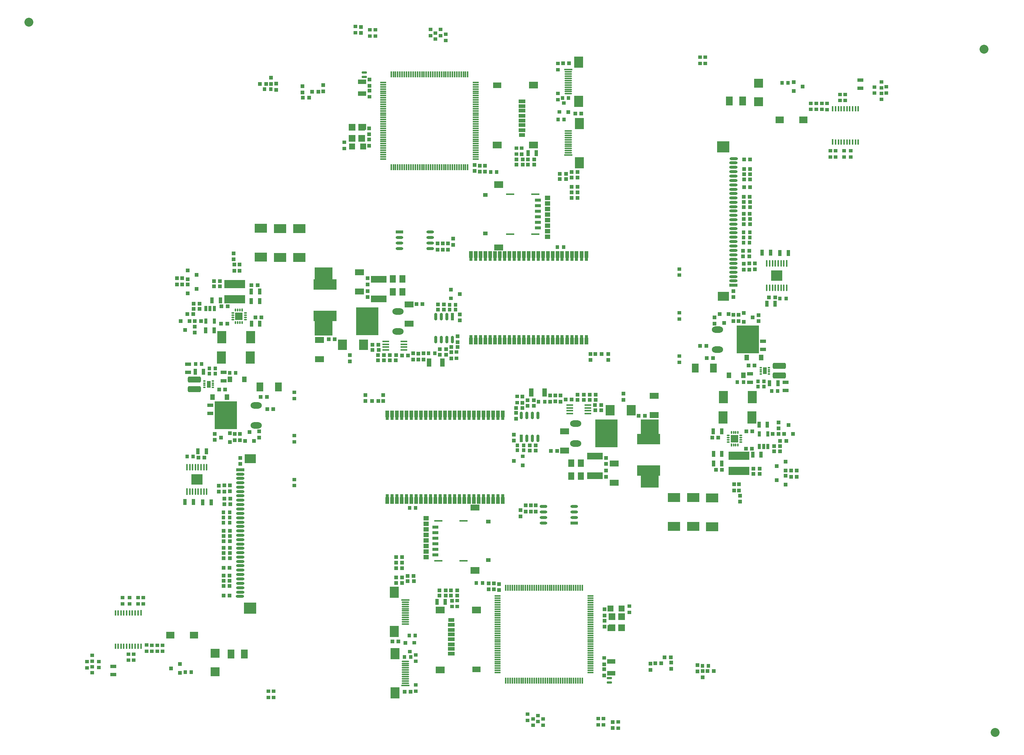
<source format=gbp>
G04 CAM350 V9.0 (Build 156) Date:  Thu May 26 11:42:03 2016 *
G04 Database: (Untitled) *
G04 Layer 1: a300skb5_0_mu-1 *
%FSTAX23Y23*%
%MOIN*%
%SFA1.000B1.000*%

%MIA0B0*%
%IPPOS*%
%AMD762MY*
4,1,4,0.01500,0.01750,-0.01500,0.01750,-0.01500,-0.01750,0.01500,-0.01750,0.01500,0.01750,0.00000*
%
%AMD763MY*
4,1,4,0.01750,0.01750,-0.01750,0.01750,-0.01750,-0.01750,0.01750,-0.01750,0.01750,0.01750,0.00000*
%
%AMD764MY*
4,1,4,0.05500,0.04150,-0.05500,0.04150,-0.05500,-0.04150,0.05500,-0.04150,0.05500,0.04150,0.00000*
%
%AMD766MY*
4,1,4,0.03150,0.03950,-0.03150,0.03950,-0.03150,-0.03950,0.03150,-0.03950,0.03150,0.03950,0.00000*
%
%AMD768MY*
4,1,4,0.01750,0.01500,-0.01750,0.01500,-0.01750,-0.01500,0.01750,-0.01500,0.01750,0.01500,0.00000*
%
%AMD769MY*
4,1,4,0.01500,0.02750,-0.01500,0.02750,-0.01500,-0.02750,0.01500,-0.02750,0.01500,0.02750,0.00000*
%
%AMD772MY*
4,1,4,0.10000,0.12500,-0.10000,0.12500,-0.10000,-0.12500,0.10000,-0.12500,0.10000,0.12500,0.00000*
%
%AMD774MY*
4,1,4,0.02000,0.03000,-0.02000,0.03000,-0.02000,-0.03000,0.02000,-0.03000,0.02000,0.03000,0.00000*
1,1,0.06000,0.02000,0.00000*
1,1,0.06000,-0.02000,0.00000*
%
%AMD784MY*
4,1,4,0.02000,0.01400,-0.02000,0.01400,-0.02000,-0.01400,0.02000,-0.01400,0.02000,0.01400,0.00000*
1,1,0.02800,0.02000,0.00000*
1,1,0.02800,-0.02000,0.00000*
%
%AMD785MY*
4,1,4,0.03400,0.01400,-0.03400,0.01400,-0.03400,-0.01400,0.03400,-0.01400,0.03400,0.01400,0.00000*
%
%AMD786MY*
4,1,4,0.02200,0.01200,-0.02200,0.01200,-0.02200,-0.01200,0.02200,-0.01200,0.02200,0.01200,0.00000*
1,1,0.02400,0.02200,0.00000*
1,1,0.02400,-0.02200,0.00000*
%
%AMD787MY*
4,1,4,0.01200,0.02350,-0.01200,0.02350,-0.01200,-0.02350,0.01200,-0.02350,0.01200,0.02350,0.00000*
%
%AMD848MY*
4,1,4,0.02550,0.01200,-0.02550,0.01200,-0.02550,-0.01200,0.02550,-0.01200,0.02550,0.01200,0.00000*
1,1,0.02400,0.02550,0.00000*
1,1,0.02400,-0.02550,0.00000*
%
%AMD849MY*
4,1,4,0.05500,0.05000,-0.05500,0.05000,-0.05500,-0.05000,0.05500,-0.05000,0.05500,0.05000,0.00000*
%
%AMD850MY*
4,1,4,0.05000,0.04000,-0.05000,0.04000,-0.05000,-0.04000,0.05000,-0.04000,0.05000,0.04000,0.00000*
%
%AMD851MY*
4,1,4,0.03750,0.01200,-0.03750,0.01200,-0.03750,-0.01200,0.03750,-0.01200,0.03750,0.01200,0.00000*
%
%AMD852MY*
4,1,4,0.02350,0.01950,-0.02350,0.01950,-0.02350,-0.01950,0.02350,-0.01950,0.02350,0.01950,0.00000*
%
%AMD853MY*
4,1,4,0.03950,0.02950,-0.03950,0.02950,-0.03950,-0.02950,0.03950,-0.02950,0.03950,0.02950,0.00000*
%
%AMD854MY*
4,1,4,0.03950,0.02750,-0.03950,0.02750,-0.03950,-0.02750,0.03950,-0.02750,0.03950,0.02750,0.00000*
%
%AMD855MY*
4,1,4,0.02990,0.00550,-0.02990,0.00550,-0.02990,-0.00550,0.02990,-0.00550,0.02990,0.00550,0.00000*
1,1,0.01100,0.02990,0.00000*
1,1,0.01100,-0.02990,0.00000*
%
%AMD856MY*
4,1,4,0.02800,0.00550,-0.02800,0.00550,-0.02800,-0.00550,0.02800,-0.00550,0.02800,0.00550,0.00000*
1,1,0.01100,0.02800,0.00000*
1,1,0.01100,-0.02800,0.00000*
%
%AMD857MY*
4,1,4,0.03540,0.00550,-0.03540,0.00550,-0.03540,-0.00550,0.03540,-0.00550,0.03540,0.00550,0.00000*
%
%AMD858MY*
4,1,4,0.04150,0.04900,-0.04150,0.04900,-0.04150,-0.04900,0.04150,-0.04900,0.04150,0.04900,0.00000*
%
%AMD859MY*
4,1,4,0.02950,0.03000,-0.02950,0.03000,-0.02950,-0.03000,0.02950,-0.03000,0.02950,0.03000,0.00000*
%
%AMD860MY*
4,1,4,0.04550,0.03250,-0.04550,0.03250,-0.04550,-0.03250,0.04550,-0.03250,0.04550,0.03250,0.00000*
%
%AMD861MY*
4,1,4,0.02750,0.01500,-0.02750,0.01500,-0.02750,-0.01500,0.02750,-0.01500,0.02750,0.01500,0.00000*
%
%AMD862MY*
4,1,4,0.01400,0.02000,-0.01400,0.02000,-0.01400,-0.02000,0.01400,-0.02000,0.01400,0.02000,0.00000*
1,1,0.02800,0.00000,-0.02000*
1,1,0.02800,0.00000,0.02000*
%
%AMD863MY*
4,1,4,0.01400,0.03400,-0.01400,0.03400,-0.01400,-0.03400,0.01400,-0.03400,0.01400,0.03400,0.00000*
%
%AMD865MY*
4,1,4,0.09450,0.03540,-0.09450,0.03540,-0.09450,-0.03540,0.09450,-0.03540,0.09450,0.03540,0.00000*
%
%AMD866MY*
4,1,4,0.00800,0.00600,-0.00800,0.00600,-0.00800,-0.00600,0.00800,-0.00600,0.00800,0.00600,0.00000*
1,1,0.01200,0.00800,0.00000*
1,1,0.01200,-0.00800,0.00000*
%
%AMD867MY*
4,1,4,0.00600,0.00800,-0.00600,0.00800,-0.00600,-0.00800,0.00600,-0.00800,0.00600,0.00800,0.00000*
1,1,0.01200,0.00000,-0.00800*
1,1,0.01200,0.00000,0.00800*
%
%AMD868MY*
4,1,4,0.00600,0.01400,-0.00600,0.01400,-0.00600,-0.01400,0.00600,-0.01400,0.00600,0.01400,0.00000*
%
%AMD869MY*
4,1,4,0.03250,0.03250,-0.03250,0.03250,-0.03250,-0.03250,0.03250,-0.03250,0.03250,0.03250,0.00000*
%
%AMD870MY*
4,1,4,0.01950,0.03540,-0.01950,0.03540,-0.01950,-0.03540,0.01950,-0.03540,0.01950,0.03540,0.00000*
%
%AMD871MY*
4,1,4,0.02540,0.02750,-0.02540,0.02750,-0.02540,-0.02750,0.02540,-0.02750,0.02540,0.02750,0.00000*
%
%AMD872MY*
4,1,4,0.01250,0.01150,-0.01250,0.01150,-0.01250,-0.01150,0.01250,-0.01150,0.01250,0.01150,0.00000*
1,1,0.02300,0.01250,0.00000*
1,1,0.02300,-0.01250,0.00000*
%
%AMD873MY*
4,1,4,0.03950,0.02850,-0.03950,0.02850,-0.03950,-0.02850,0.03950,-0.02850,0.03950,0.02850,0.00000*
%
%AMD874MY*
4,1,4,0.03540,0.02500,-0.03540,0.02500,-0.03540,-0.02500,0.03540,-0.02500,0.03540,0.02500,0.00000*
%
%AMD875MY*
4,1,4,0.02950,0.01550,-0.02950,0.01550,-0.02950,-0.01550,0.02950,-0.01550,0.02950,0.01550,0.00000*
%
%AMD876MY*
4,1,4,0.02750,0.01550,-0.02750,0.01550,-0.02750,-0.01550,0.02750,-0.01550,0.02750,0.01550,0.00000*
%
%AMD847MY*
4,1,4,0.03950,0.03950,-0.03950,0.03950,-0.03950,-0.03950,0.03950,-0.03950,0.03950,0.03950,0.00000*
%
%AMD877MY*
4,1,4,0.03000,0.04000,-0.03000,0.04000,-0.03000,-0.04000,0.03000,-0.04000,0.03000,0.04000,0.00000*
%
%AMD878MY*
4,1,4,0.00800,0.01700,-0.00800,0.01700,-0.00800,-0.01700,0.00800,-0.01700,0.00800,0.01700,0.00000*
1,1,0.01600,0.00000,-0.01700*
1,1,0.01600,0.00000,0.01700*
%
%AMD879MY*
4,1,4,0.00800,0.02500,-0.00800,0.02500,-0.00800,-0.02500,0.00800,-0.02500,0.00800,0.02500,0.00000*
%
%AMD880MY*
4,1,4,0.00600,0.02550,-0.00600,0.02550,-0.00600,-0.02550,0.00600,-0.02550,0.00600,0.02550,0.00000*
1,1,0.01200,0.00000,-0.02550*
1,1,0.01200,0.00000,0.02550*
%
%AMD881MY*
4,1,4,0.00600,0.03150,-0.00600,0.03150,-0.00600,-0.03150,0.00600,-0.03150,0.00600,0.03150,0.00000*
%
%AMD882MY*
4,1,4,0.04850,0.04550,-0.04850,0.04550,-0.04850,-0.04550,0.04850,-0.04550,0.04850,0.04550,0.00000*
%
%AMD883MY*
4,1,4,0.02000,0.02500,-0.02000,0.02500,-0.02000,-0.02500,0.02000,-0.02500,0.02000,0.02500,0.00000*
%
%AMD884MY*
4,1,4,0.02540,0.03350,-0.02540,0.03350,-0.02540,-0.03350,0.02540,-0.03350,0.02540,0.03350,0.00000*
%
%AMD885MY*
4,1,4,0.04150,0.02750,-0.04150,0.02750,-0.04150,-0.02750,0.04150,-0.02750,0.04150,0.02750,0.00000*
%
%AMD886MY*
4,1,4,0.07090,0.02950,-0.07090,0.02950,-0.07090,-0.02950,0.07090,-0.02950,0.07090,0.02950,0.00000*
%
%AMD887MY*
4,1,4,0.02350,0.00800,-0.02350,0.00800,-0.02350,-0.00800,0.02350,-0.00800,0.02350,0.00800,0.00000*
1,1,0.01600,0.02350,0.00000*
1,1,0.01600,-0.02350,0.00000*
%
%AMD888MY*
4,1,4,0.03150,0.00800,-0.03150,0.00800,-0.03150,-0.00800,0.03150,-0.00800,0.03150,0.00800,0.00000*
%
%AMD889MY*
4,1,4,0.07850,0.08850,-0.07850,0.08850,-0.07850,-0.08850,0.07850,-0.08850,0.07850,0.08850,0.00000*
%
%AMD890MY*
4,1,4,0.01000,0.00550,-0.01000,0.00550,-0.01000,-0.00550,0.01000,-0.00550,0.01000,0.00550,0.00000*
%
%AMD891MY*
4,1,4,0.01750,0.03150,-0.01750,0.03150,-0.01750,-0.03150,0.01750,-0.03150,0.01750,0.03150,0.00000*
%
%AMD892MY*
4,1,8,-0.04500,0.02750,-0.05900,0.01350,-0.05900,-0.01350,-0.04500,-0.02750,0.04500,-0.02750,0.05900,-0.01350,0.05900,0.01350,0.04500,0.02750,-0.04500,0.02750,0.00000*
1,1,0.02800,-0.04500,0.01350*
1,1,0.02800,0.04500,0.01350*
1,1,0.02800,0.04500,-0.01350*
1,1,0.02800,-0.04500,-0.01350*
%
%AMD893MY*
4,1,4,0.04150,0.05500,-0.04150,0.05500,-0.04150,-0.05500,0.04150,-0.05500,0.04150,0.05500,0.00000*
%
%AMD894MY*
4,1,4,0.03950,0.04550,-0.03950,0.04550,-0.03950,-0.04550,0.03950,-0.04550,0.03950,0.04550,0.00000*
%
%AMD896MY*
4,1,4,0.03540,0.03150,-0.03540,0.03150,-0.03540,-0.03150,0.03540,-0.03150,0.03540,0.03150,0.00000*
%
%AMD897MY*
4,1,4,0.10450,0.04700,-0.10450,0.04700,-0.10450,-0.04700,0.10450,-0.04700,0.10450,0.04700,0.00000*
%
%AMD899MY*
4,1,4,0.01950,0.01750,-0.01950,0.01750,-0.01950,-0.01750,0.01950,-0.01750,0.01950,0.01750,0.00000*
%
%AMD900MY*
4,1,4,0.02540,0.01300,-0.02540,0.01300,-0.02540,-0.01300,0.02540,-0.01300,0.02540,0.01300,0.00000*
%
%AMD901MY*
4,1,4,0.03540,0.00700,-0.03540,0.00700,-0.03540,-0.00700,0.03540,-0.00700,0.03540,0.00700,0.00000*
%
%AMD902MY*
4,1,4,0.02540,0.01250,-0.02540,0.01250,-0.02540,-0.01250,0.02540,-0.01250,0.02540,0.01250,0.00000*
%
%AMD903MY*
4,1,4,0.00600,0.02650,-0.00600,0.02650,-0.00600,-0.02650,0.00600,-0.02650,0.00600,0.02650,0.00000*
%
%AMD904MY*
4,1,4,0.02650,0.00600,-0.02650,0.00600,-0.02650,-0.00600,0.02650,-0.00600,0.02650,0.00600,0.00000*
%
%AMD905MY*
4,1,4,0.03750,0.02140,-0.03750,0.02140,-0.03750,-0.02140,0.03750,-0.02140,0.03750,0.02140,0.00000*
%
%AMD1115MY*
4,1,4,0.01750,0.02950,-0.01750,0.02950,-0.01750,-0.02950,0.01750,-0.02950,0.01750,0.02950,0.00000*
%
%AMD1116MY*
4,1,4,0.01200,0.01200,-0.01200,0.01200,-0.01200,-0.01200,0.01200,-0.01200,0.01200,0.01200,0.00000*
%
%ADD10D762MY*%
%ADD11D763MY*%
%ADD12D764MY*%
%ADD13D766MY*%
%ADD14D768MY*%
%ADD15D769MY*%
%ADD16D772MY*%
%ADD17D774MY*%
%ADD18D784MY*%
%ADD19D785MY*%
%ADD70D786MY*%
%ADD71D787MY*%
%ADD20D848MY*%
%ADD21D849MY*%
%ADD22D850MY*%
%ADD23D851MY*%
%ADD24D852MY*%
%ADD25D853MY*%
%ADD26D854MY*%
%ADD27D855MY*%
%ADD28D856MY*%
%ADD29C,0.08000*%
%ADD72D857MY*%
%ADD73D858MY*%
%ADD30D859MY*%
%ADD31D860MY*%
%ADD32D861MY*%
%ADD33D862MY*%
%ADD34D863MY*%
%ADD35D865MY*%
%ADD36D866MY*%
%ADD37D867MY*%
%ADD38D868MY*%
%ADD39D869MY*%
%ADD40D870MY*%
%ADD41D871MY*%
%ADD42D872MY*%
%ADD43D873MY*%
%ADD44D874MY*%
%ADD45D875MY*%
%ADD46D876MY*%
%ADD47D847MY*%
%ADD48D877MY*%
%ADD49D878MY*%
%ADD50D879MY*%
%ADD51D880MY*%
%ADD52D881MY*%
%ADD53D882MY*%
%ADD54D883MY*%
%ADD55D884MY*%
%ADD56D885MY*%
%ADD57D886MY*%
%ADD58D887MY*%
%ADD59D888MY*%
%ADD60D889MY*%
%ADD61D890MY*%
%ADD62D891MY*%
%ADD63D892MY*%
%ADD64D893MY*%
%ADD65D894MY*%
%ADD66D896MY*%
%ADD67D897MY*%
%ADD68D899MY*%
%ADD69D900MY*%
%ADD74D901MY*%
%ADD75D902MY*%
%ADD76D903MY*%
%ADD77D904MY*%
%ADD78D905MY*%
%ADD79D1115MY*%
%ADD80D1116MY*%
%LNa300skb5_0_mu-1*%
%LPD*%
G54D10*
X-06418Y02889D03*
X-06473D03*
X-04244Y03817D03*
X-04299D03*
X-04055Y04211D03*
X-0411D03*
X-04055Y04256D03*
X-0411D03*
X-0374Y05452D03*
X-03685D03*
X-06436Y00943D03*
X-06491D03*
X-06146Y02291D03*
X-06091D03*
X-06146Y02337D03*
X-06091D03*
X-06145Y02383D03*
X-0609D03*
X-05775Y06197D03*
X-0572D03*
X-06035Y03642D03*
X-0609D03*
X-06342Y03722D03*
X-06397D03*
X-03093Y06118D03*
X-03038D03*
X-03079Y05924D03*
X-03134D03*
X-06219Y03635D03*
Y03682D03*
X-06274D03*
X-03083Y04775D03*
X-03138D03*
G54D11*
X-0402Y04168D03*
Y04113D03*
X-04039Y03972D03*
Y03917D03*
X-04101Y04392D03*
X-04021Y04352D03*
X-04097Y03772D03*
Y03827D03*
X-06566Y04439D03*
Y04494D03*
X-04836Y05845D03*
Y0579D03*
Y05689D03*
Y05744D03*
X-03793Y05509D03*
Y05454D03*
X-03886Y05516D03*
Y05461D03*
X-0384Y05509D03*
Y05454D03*
X-04834Y06284D03*
Y06229D03*
X-04833Y06184D03*
X-03462Y0561D03*
X-06621Y00979D03*
X-06541Y01019D03*
Y00939D03*
X-0619Y02571D03*
Y02626D03*
X-0614Y02572D03*
Y02627D03*
X-05996Y02876D03*
Y02821D03*
X-06169Y03059D03*
X-06089Y03099D03*
Y03019D03*
X-06225Y03037D03*
Y03092D03*
X-06045Y03091D03*
Y03036D03*
X-05998Y03091D03*
Y03036D03*
X-05826Y03059D03*
Y03114D03*
X-06089Y02573D03*
Y02628D03*
X-0485Y04493D03*
Y04438D03*
X-04849Y04323D03*
Y04378D03*
X-04347Y03817D03*
Y03762D03*
X-04441Y03817D03*
Y03762D03*
X-04393Y03816D03*
Y03761D03*
X-05008Y03801D03*
Y03746D03*
X-06002Y04617D03*
Y04562D03*
X-06048Y04617D03*
Y04562D03*
X-06057Y04718D03*
Y04663D03*
X-06405Y04003D03*
Y04058D03*
X-06388Y04398D03*
X-06468Y04358D03*
Y04438D03*
X-06388Y04526D03*
X-06468Y04486D03*
Y04566D03*
X-06518Y04494D03*
Y04439D03*
X-05249Y06178D03*
Y06233D03*
X-05437Y06169D03*
Y06224D03*
X-05719Y06246D03*
Y06301D03*
X-05672Y06192D03*
Y06247D03*
X-04911Y06759D03*
Y06704D03*
X-04081Y04796D03*
Y04851D03*
X-04126Y04807D03*
Y04752D03*
X-04172Y04807D03*
Y04752D03*
X-04218Y04807D03*
Y04752D03*
X-02684Y03757D03*
Y03812D03*
X-02844Y03757D03*
Y03812D03*
X-02959Y05219D03*
X-03014D03*
X-02959Y05319D03*
X-03014D03*
X-02959Y05269D03*
X-03014D03*
X-04096Y03873D03*
X-04041D03*
X-04199Y03853D03*
X-04144D03*
X-04199Y03806D03*
X-04144D03*
X-04217Y04257D03*
X-04162D03*
X-04217Y0421D03*
X-04162D03*
X-0584Y04431D03*
X-05895D03*
X-06168Y04085D03*
X-06113D03*
X-06233Y04467D03*
X-06178D03*
X-06165Y0424D03*
X-0611D03*
X-06233Y0442D03*
X-06178D03*
X-05806Y04142D03*
X-05861D03*
X-05757Y03425D03*
X-05812D03*
X-03509Y05517D03*
X-03454D03*
X-03509Y05563D03*
X-03454D03*
X-03406Y05564D03*
X-03351D03*
X-03406Y05517D03*
X-03351D03*
X-06092Y01814D03*
X-06147D03*
X-06092Y01768D03*
X-06147D03*
X-06092Y01721D03*
X-06147D03*
Y01883D03*
X-06092D03*
X-06145Y0197D03*
X-0609D03*
X-06146Y02017D03*
X-06091D03*
X-06146Y02063D03*
X-06091D03*
X-06145Y02126D03*
X-0609D03*
X-06091Y02218D03*
X-06146D03*
Y02172D03*
X-06091D03*
X-0614Y02459D03*
X-06085D03*
X-0614Y02507D03*
X-06085D03*
X-06373Y02877D03*
X-06318D03*
X-05912Y03109D03*
X-05872Y03029D03*
X-05952D03*
X-06092Y01636D03*
X-06147D03*
X-06187Y03492D03*
X-06132D03*
X-05753Y03316D03*
X-05698D03*
X-0441Y04262D03*
X-04355D03*
X-04807Y03895D03*
X-04752D03*
X-04649Y03802D03*
X-04594D03*
X-0465Y03755D03*
X-04595D03*
X-04486Y03797D03*
X-04541D03*
X-04806Y03848D03*
X-04751D03*
X-04702Y03755D03*
X-04757D03*
Y03802D03*
X-04702D03*
X-052Y03944D03*
X-05145D03*
X-06473Y0417D03*
X-06418D03*
X-06417Y04217D03*
X-06362D03*
X-06417Y04265D03*
X-06362D03*
X-06405Y04107D03*
X-0635D03*
X-06494Y04027D03*
X-06534Y04107D03*
X-06454D03*
X-05348Y06176D03*
X-05293D03*
X-05377Y06122D03*
X-05432D03*
X-05819Y06246D03*
X-05764D03*
X-03042Y0599D03*
X-03014Y0545D03*
X-02959D03*
X-03119Y05434D03*
X-03064D03*
X-03091Y0643D03*
X-03036D03*
X-03014Y05402D03*
X-02959D03*
X-02981Y05978D03*
X-02926D03*
X-03118Y05387D03*
X-03063D03*
X-02799Y03812D03*
X-02744D03*
G54D12*
X-05462Y04941D03*
Y04681D03*
X-05636Y04942D03*
Y04682D03*
X-05808Y04943D03*
Y04683D03*
G54D13*
X-05818Y03513D03*
X-05653D03*
G54D14*
X-05059Y05662D03*
Y05717D03*
X-04959Y0676D03*
Y06705D03*
X-04051Y03772D03*
Y03827D03*
X-04101Y04312D03*
X-04833Y06129D03*
X-03462Y05665D03*
X-0351Y0561D03*
Y05665D03*
X-05744Y0077D03*
Y00715D03*
X-05697D03*
Y0077D03*
X-05509Y03409D03*
Y03464D03*
Y02624D03*
Y02679D03*
X-05511Y03018D03*
Y03073D03*
X-07329Y00937D03*
Y00992D03*
X-07375Y01037D03*
Y00982D03*
X-07268Y00984D03*
Y01039D03*
X-0733Y01041D03*
Y01096D03*
X-07004Y01105D03*
Y0105D03*
X-06957Y01105D03*
Y0105D03*
X-06743Y01186D03*
Y01131D03*
X-06695Y01186D03*
Y01131D03*
X-06792Y01186D03*
Y01131D03*
X-06841Y01187D03*
Y01132D03*
X-06916Y01559D03*
Y01614D03*
X-0687D03*
Y01559D03*
X-06993D03*
Y01614D03*
X-07055Y01559D03*
Y01614D03*
X-04145Y06636D03*
Y06691D03*
X-04284Y06679D03*
Y06734D03*
X-04238Y06647D03*
Y06702D03*
X-0478Y06676D03*
Y06731D03*
X-04828Y06676D03*
Y06731D03*
X-04192Y06679D03*
Y06734D03*
X-03137Y06427D03*
Y06372D03*
X-03136Y06157D03*
Y06102D03*
G54D15*
X-06417Y02479D03*
X-06492D03*
X-06332Y02476D03*
X-06257D03*
X-05895Y04373D03*
X-0582D03*
X-05895Y04287D03*
X-0582D03*
X-05893Y04085D03*
X-05818D03*
X-06375Y02933D03*
X-063D03*
X-0623Y04023D03*
X-06305D03*
X-06248Y04293D03*
X-06173D03*
X-03404Y0562D03*
X-03329D03*
X-06325Y03651D03*
X-064D03*
G54D16*
X-06127Y03259D03*
X-04852Y04106D03*
G54D17*
X-05852Y03169D03*
Y03349D03*
X-04577Y04016D03*
Y04196D03*
G54D18*
X-04286Y04762D03*
G54D19*
X-04563Y04912D03*
G54D70*
X-04286D03*
X-04563Y04862D03*
Y04762D03*
Y04812D03*
X-04286D03*
Y04862D03*
G54D71*
X-06306Y0422D03*
X-06231D03*
Y04109D03*
X-06306D03*
X-06269Y0422D03*
G54D20*
X-05996Y01942D03*
Y01981D03*
Y02139D03*
Y02375D03*
Y02414D03*
Y02218D03*
Y02611D03*
Y02651D03*
Y01863D03*
Y02493D03*
Y02454D03*
Y01903D03*
Y02336D03*
Y02296D03*
Y02257D03*
Y02099D03*
Y0206D03*
Y02021D03*
Y02178D03*
Y01706D03*
Y01666D03*
Y01745D03*
X-05999Y01627D03*
X-05996Y0269D03*
Y02729D03*
Y02572D03*
Y02533D03*
Y01824D03*
Y01784D03*
G54D21*
X-05906Y01522D03*
G54D22*
Y02869D03*
G54D23*
X-05996Y02769D03*
G54D24*
X-0323Y05068D03*
Y04918D03*
Y05018D03*
Y05118D03*
Y05168D03*
Y04868D03*
Y05218D03*
Y04968D03*
G54D25*
X-03671Y05337D03*
G54D26*
Y04772D03*
G54D27*
X-03044Y05781D03*
Y05761D03*
Y05801D03*
Y05624D03*
X-03043Y06334D03*
Y06314D03*
Y06354D03*
Y06177D03*
Y06157D03*
X-03044Y05702D03*
Y05683D03*
Y05742D03*
Y05722D03*
Y05663D03*
Y05643D03*
X-03043Y06255D03*
Y06236D03*
Y06295D03*
Y06275D03*
Y06216D03*
Y06196D03*
G54D28*
X-03044Y05821D03*
G54D72*
Y05604D03*
X-03043Y06374D03*
G54D73*
X-02942Y05889D03*
Y05535D03*
X-02949Y06442D03*
Y06088D03*
G54D30*
X-04989Y05755D03*
X-04902Y05855D03*
Y05755D03*
X-04989Y05855D03*
G54D31*
X-06043Y04309D03*
Y04439D03*
G54D32*
X-06146Y03569D03*
Y03644D03*
X-0714Y0092D03*
Y00995D03*
X-06265Y03349D03*
Y03274D03*
X-06467Y03719D03*
Y03644D03*
G54D33*
X-04237Y04147D03*
X-04187D03*
X-04137D03*
X-04187Y03941D03*
X-04137D03*
X-04087D03*
X-04237D03*
G54D34*
X-04087Y04147D03*
G54D35*
X-06046Y0444D03*
Y04306D03*
G54D36*
X-06064Y04141D03*
Y04121D03*
X-05951Y04161D03*
X-06064Y0418D03*
Y04161D03*
X-05951Y04141D03*
Y0418D03*
Y04121D03*
G54D37*
X-06018Y04095D03*
Y04207D03*
X-06038D03*
Y04095D03*
X-05999D03*
X-05979D03*
X-05999Y04207D03*
G54D38*
X-05979D03*
G54D39*
X-06008Y04151D03*
G54D40*
X-04176Y03735D03*
X-04296D03*
G54D41*
X-04891Y05859D03*
X-04991Y05682D03*
Y05859D03*
X-04891Y05682D03*
G54D42*
X-04881Y06347D03*
Y06307D03*
G54D43*
X-03682Y05693D03*
X-03356Y06234D03*
Y05693D03*
G54D44*
X-03682Y06231D03*
G54D45*
X-03458Y05873D03*
Y06089D03*
Y06046D03*
Y06003D03*
Y05916D03*
Y05959D03*
G54D46*
Y05786D03*
G54D45*
Y05829D03*
G54D47*
X-06223Y00948D03*
Y01113D03*
G54D48*
X-0608Y01108D03*
X-0596D03*
G54D49*
X-07121Y01478D03*
X-07096Y01178D03*
X-06917Y01478D03*
X-06968D03*
X-06942D03*
X-06993D03*
X-07019D03*
X-07045D03*
X-0707D03*
X-07096D03*
X-07121Y01178D03*
X-0707D03*
X-07019D03*
X-06993D03*
X-06968D03*
X-07045D03*
X-06917D03*
X-06891D03*
X-06942D03*
G54D50*
X-06891Y01478D03*
G54D51*
X-06426Y02791D03*
X-06298D03*
X-06349D03*
X-064D03*
X-06298Y02571D03*
X-06323D03*
X-06349D03*
X-06375D03*
X-064D03*
X-06426D03*
X-06451D03*
X-06323Y02791D03*
X-06375D03*
X-06451D03*
X-06477D03*
G54D52*
Y02571D03*
G54D53*
X-06387Y02682D03*
G54D54*
X-06117Y03421D03*
X-06247D03*
X-05958Y0358D03*
X-06088D03*
G54D55*
X-04623Y04371D03*
X-04536Y04489D03*
Y04371D03*
X-04623Y04489D03*
G54D56*
X-04477Y04085D03*
Y04258D03*
X-04923Y04374D03*
Y04547D03*
X-05283Y03765D03*
Y03938D03*
G54D57*
X-0475Y04486D03*
Y04309D03*
G54D58*
X-04522Y03873D03*
X-04687Y03898D03*
X-04522Y03924D03*
X-04687Y03847D03*
Y03873D03*
X-04522Y03898D03*
Y03847D03*
G54D59*
X-04687Y03924D03*
G54D60*
X-05245Y045D03*
Y04067D03*
G54D61*
X-06318Y03549D03*
X-06243Y03569D03*
X-06318D03*
X-06243Y0351D03*
Y0353D03*
Y03549D03*
X-06318Y0353D03*
Y0351D03*
G54D62*
X-06281Y03539D03*
G54D63*
X-0641Y03581D03*
Y03494D03*
G54D14*
X-03082Y0607D03*
X-03122Y0599D03*
G54D64*
X-06166Y03777D03*
X-05906D03*
X-06164Y03961D03*
X-05904D03*
G54D65*
X-04887Y03895D03*
X-05076D03*
G54D66*
X-06414Y01279D03*
X-06627D03*
G54D67*
X-05234Y04439D03*
Y04156D03*
G54D68*
X-0379Y04899D03*
Y05245D03*
G54D69*
X-03315Y05047D03*
Y05197D03*
Y05097D03*
Y05147D03*
G54D74*
X-0334Y05252D03*
Y04891D03*
X-03567D03*
Y05252D03*
G54D75*
X-03315Y04947D03*
Y04997D03*
G54D76*
X-04361Y06331D03*
X-04164D03*
Y05496D03*
X-04361D03*
X-04617D03*
X-0446Y06331D03*
X-04538Y05496D03*
X-04558D03*
X-04066D03*
X-0444D03*
X-04263Y06331D03*
X-04105D03*
X-03987D03*
X-04027D03*
X-04223Y05496D03*
X-04637Y06331D03*
X-04381D03*
X-04184D03*
X-03948Y05496D03*
X-04145D03*
X-04342D03*
X-04598D03*
X-04637D03*
X-04578D03*
X-04519D03*
X-04499D03*
X-04479D03*
X-0446D03*
X-0442D03*
X-04401D03*
X-04381D03*
X-04322D03*
X-04302D03*
X-04283D03*
X-04263D03*
X-04243D03*
X-04204D03*
X-04184D03*
X-04125D03*
X-04105D03*
X-04086D03*
X-04046D03*
X-04027D03*
X-03987D03*
X-03968D03*
X-03948Y06331D03*
X-03968D03*
X-04007D03*
X-04046D03*
X-04066D03*
X-04086D03*
X-04125D03*
X-04145D03*
X-04204D03*
X-04223D03*
X-04243D03*
X-04283D03*
X-04322D03*
X-04342D03*
X-0442D03*
X-0444D03*
X-04479D03*
X-04499D03*
X-04519D03*
X-04538D03*
X-04558D03*
X-04617D03*
X-04007Y05496D03*
X-04302Y06331D03*
X-04401D03*
X-04578D03*
X-04598D03*
G54D77*
X-03875Y06238D03*
Y05982D03*
Y05766D03*
X-0471Y05667D03*
Y05963D03*
Y05786D03*
Y06199D03*
Y06179D03*
X-03875Y05667D03*
X-0471Y06081D03*
Y06101D03*
Y0612D03*
Y0614D03*
Y0616D03*
Y06219D03*
Y06238D03*
Y06258D03*
Y05648D03*
Y05628D03*
X-03875Y06258D03*
Y06002D03*
Y05786D03*
X-0471Y05687D03*
Y05943D03*
X-03875Y06101D03*
Y05569D03*
X-0471Y05589D03*
Y06061D03*
Y06041D03*
Y06022D03*
Y06002D03*
Y05982D03*
Y05884D03*
Y05845D03*
Y05825D03*
Y05805D03*
Y05766D03*
Y05608D03*
Y05569D03*
X-03875Y05589D03*
Y05608D03*
Y05628D03*
Y05648D03*
Y05687D03*
Y05707D03*
Y05727D03*
Y05746D03*
Y05805D03*
Y05825D03*
Y05845D03*
Y05864D03*
Y05884D03*
Y05904D03*
Y06041D03*
Y06081D03*
Y0612D03*
Y0614D03*
Y0616D03*
Y06179D03*
Y06199D03*
Y06219D03*
X-0471Y05864D03*
Y05904D03*
Y05923D03*
X-03875Y06061D03*
Y06022D03*
Y05923D03*
Y05943D03*
Y05963D03*
X-0471Y05727D03*
Y05746D03*
Y05707D03*
G54D78*
X-04898Y06158D03*
Y06264D03*
G54D79*
X-03098Y03927D03*
X-03141D03*
X-03184D03*
X-03227D03*
X-03271D03*
X-03314D03*
X-03357D03*
X-03401D03*
X-03444D03*
X-03487D03*
X-03531D03*
X-03574D03*
X-03617D03*
X-03661D03*
X-03487Y04707D03*
X-03444D03*
X-03401D03*
X-03357D03*
X-03314D03*
X-03271D03*
X-03227D03*
X-03184D03*
X-03141D03*
X-03098D03*
X-03054D03*
X-03011D03*
X-02968D03*
X-02924D03*
X-02881Y03927D03*
Y04707D03*
X-03531D03*
X-03574D03*
X-03617D03*
X-03661D03*
X-03704D03*
X-03747D03*
X-0379D03*
X-03834D03*
X-03877D03*
X-0392D03*
X-02924Y03927D03*
X-02968D03*
X-03011D03*
X-0392D03*
X-03877D03*
X-03834D03*
X-0379D03*
X-03747D03*
X-03704D03*
X-03054D03*
G54D80*
X-03098Y03968D03*
X-03141D03*
X-03184D03*
X-03227D03*
X-03271D03*
X-03314D03*
X-03357D03*
X-03401D03*
X-03444D03*
X-03487D03*
X-03531D03*
X-03574D03*
X-03617D03*
X-03661D03*
X-03487Y04666D03*
X-03444D03*
X-03401D03*
X-03357D03*
X-03314D03*
X-03271D03*
X-03227D03*
X-03184D03*
X-03141D03*
X-03098D03*
X-03054D03*
X-03011D03*
X-02968D03*
X-02924D03*
X-02881Y03968D03*
Y04666D03*
X-03531D03*
X-03574D03*
X-03617D03*
X-03661D03*
X-03704D03*
X-03747D03*
X-0379D03*
X-03834D03*
X-03877D03*
X-0392D03*
X-02924Y03968D03*
X-02968D03*
X-03011D03*
X-0392D03*
X-03877D03*
X-03834D03*
X-0379D03*
X-03747D03*
X-03704D03*
X-03054D03*
G54D10*
X-06274Y03635D03*
X-01135Y0431D03*
X-0108D03*
X-03309Y03382D03*
X-03254D03*
X-03498Y02988D03*
X-03443D03*
X-03498Y02943D03*
X-03443D03*
X-03813Y01747D03*
X-03868D03*
X-01117Y06256D03*
X-01062D03*
X-01407Y04908D03*
X-01462D03*
X-01407Y04862D03*
X-01462D03*
X-01408Y04816D03*
X-01463D03*
X-01778Y01002D03*
X-01833D03*
X-01518Y03557D03*
X-01463D03*
X-01211Y03477D03*
X-01156D03*
X-0446Y01081D03*
X-04515D03*
X-04474Y01275D03*
X-04419D03*
X-01334Y03564D03*
Y03517D03*
X-01279D03*
X-0447Y02424D03*
X-04415D03*
G54D11*
X-03533Y03031D03*
Y03086D03*
X-03514Y03227D03*
Y03282D03*
X-03452Y02807D03*
X-03532Y02847D03*
X-03456Y03427D03*
Y03372D03*
X-00987Y0276D03*
Y02705D03*
X-02717Y01354D03*
Y01409D03*
Y0151D03*
Y01455D03*
X-0376Y0169D03*
Y01745D03*
X-03667Y01683D03*
Y01738D03*
X-03713Y0169D03*
Y01745D03*
X-02719Y00915D03*
Y0097D03*
X-0272Y01015D03*
X-04091Y01589D03*
X-00932Y0622D03*
X-01012Y0618D03*
Y0626D03*
X-01363Y04628D03*
Y04573D03*
X-01413Y04627D03*
Y04572D03*
X-01557Y04323D03*
Y04378D03*
X-01384Y0414D03*
X-01464Y041D03*
Y0418D03*
X-01328Y04162D03*
Y04107D03*
X-01508Y04108D03*
Y04163D03*
X-01555Y04108D03*
Y04163D03*
X-01727Y0414D03*
Y04085D03*
X-01464Y04626D03*
Y04571D03*
X-02703Y02706D03*
Y02761D03*
X-02704Y02876D03*
Y02821D03*
X-03206Y03382D03*
Y03437D03*
X-03112Y03382D03*
Y03437D03*
X-0316Y03383D03*
Y03438D03*
X-02545Y03398D03*
Y03453D03*
X-01551Y02582D03*
Y02637D03*
X-01505Y02582D03*
Y02637D03*
X-01496Y02481D03*
Y02536D03*
X-01148Y03196D03*
Y03141D03*
X-01165Y02801D03*
X-01085Y02841D03*
Y02761D03*
X-01165Y02673D03*
X-01085Y02713D03*
Y02633D03*
X-01035Y02705D03*
Y0276D03*
X-02304Y01021D03*
Y00966D03*
X-02116Y0103D03*
Y00975D03*
X-01834Y00953D03*
Y00898D03*
X-01881Y01007D03*
Y00952D03*
X-02642Y0044D03*
Y00495D03*
X-03472Y02403D03*
Y02348D03*
X-03427Y02392D03*
Y02447D03*
X-03381Y02392D03*
Y02447D03*
X-03335Y02392D03*
Y02447D03*
X-04869Y03442D03*
Y03387D03*
X-04709Y03442D03*
Y03387D03*
X-04594Y0198D03*
X-04539D03*
X-04594Y0188D03*
X-04539D03*
X-04594Y0193D03*
X-04539D03*
X-03457Y03326D03*
X-03512D03*
X-03354Y03346D03*
X-03409D03*
X-03354Y03393D03*
X-03409D03*
X-03336Y02942D03*
X-03391D03*
X-03336Y02989D03*
X-03391D03*
X-01713Y02768D03*
X-01658D03*
X-01385Y03114D03*
X-0144D03*
X-0132Y02732D03*
X-01375D03*
X-01388Y02959D03*
X-01443D03*
X-0132Y02779D03*
X-01375D03*
X-01747Y03057D03*
X-01692D03*
X-01796Y03774D03*
X-01741D03*
X-04044Y01682D03*
X-04099D03*
X-04044Y01636D03*
X-04099D03*
X-04147Y01635D03*
X-04202D03*
X-04147Y01682D03*
X-04202D03*
X-01461Y05385D03*
X-01406D03*
X-01461Y05431D03*
X-01406D03*
X-01461Y05478D03*
X-01406D03*
Y05316D03*
X-01461D03*
X-01408Y05229D03*
X-01463D03*
X-01407Y05182D03*
X-01462D03*
X-01407Y05136D03*
X-01462D03*
X-01408Y05073D03*
X-01463D03*
X-01462Y04981D03*
X-01407D03*
Y05027D03*
X-01462D03*
X-01413Y0474D03*
X-01468D03*
X-01413Y04692D03*
X-01468D03*
X-0118Y04322D03*
X-01235D03*
X-01641Y0409D03*
X-01681Y0417D03*
X-01601D03*
X-01461Y05563D03*
X-01406D03*
X-01366Y03707D03*
X-01421D03*
X-018Y03883D03*
X-01855D03*
X-03143Y02937D03*
X-03198D03*
X-02746Y03304D03*
X-02801D03*
X-02904Y03397D03*
X-02959D03*
X-02903Y03444D03*
X-02958D03*
X-03067Y03402D03*
X-03012D03*
X-02747Y03351D03*
X-02802D03*
X-02851Y03444D03*
X-02796D03*
Y03397D03*
X-02851D03*
X-02353Y03255D03*
X-02408D03*
X-0108Y03029D03*
X-01135D03*
X-01136Y02982D03*
X-01191D03*
X-01136Y02934D03*
X-01191D03*
X-01148Y03092D03*
X-01203D03*
X-01059Y03172D03*
X-01019Y03092D03*
X-01099D03*
X-02205Y01023D03*
X-0226D03*
X-02176Y01077D03*
X-02121D03*
X-01734Y00953D03*
X-01789D03*
X-04511Y01209D03*
X-04539Y01749D03*
X-04594D03*
X-04434Y01765D03*
X-04489D03*
X-04462Y00769D03*
X-04517D03*
X-04539Y01797D03*
X-04594D03*
X-04572Y01221D03*
X-04627D03*
X-04435Y01812D03*
X-0449D03*
X-04754Y03387D03*
X-04809D03*
G54D12*
X-02091Y02258D03*
Y02518D03*
X-01917Y02257D03*
Y02517D03*
X-01745Y02256D03*
Y02516D03*
G54D13*
X-01735Y03686D03*
X-019D03*
G54D14*
X-02494Y01537D03*
Y01482D03*
X-02594Y00439D03*
Y00494D03*
X-03502Y03427D03*
Y03372D03*
X-03452Y02887D03*
X-0272Y0107D03*
X-04091Y01534D03*
X-04043Y01589D03*
Y01534D03*
X-01809Y06429D03*
Y06484D03*
X-01856D03*
Y06429D03*
X-02044Y0379D03*
Y03735D03*
Y04575D03*
Y0452D03*
X-02042Y04181D03*
Y04126D03*
X-00224Y06262D03*
Y06207D03*
X-00178Y06162D03*
Y06217D03*
X-00285Y06215D03*
Y0616D03*
X-00223Y06158D03*
Y06103D03*
X-00549Y06094D03*
Y06149D03*
X-00596Y06094D03*
Y06149D03*
X-0081Y06013D03*
Y06068D03*
X-00858Y06013D03*
Y06068D03*
X-00761Y06013D03*
Y06068D03*
X-00712Y06012D03*
Y06067D03*
X-00637Y0564D03*
Y05585D03*
X-00683D03*
Y0564D03*
X-0056D03*
Y05585D03*
X-00498Y0564D03*
Y05585D03*
X-03408Y00563D03*
Y00508D03*
X-03269Y0052D03*
Y00465D03*
X-03315Y00552D03*
Y00497D03*
X-02773Y00523D03*
Y00468D03*
X-02725Y00523D03*
Y00468D03*
X-03361Y0052D03*
Y00465D03*
X-04416Y00772D03*
Y00827D03*
X-04417Y01042D03*
Y01097D03*
G54D15*
X-01136Y0472D03*
X-01061D03*
X-01221Y04723D03*
X-01296D03*
X-01658Y02826D03*
X-01733D03*
X-01658Y02912D03*
X-01733D03*
X-0166Y03114D03*
X-01735D03*
X-01178Y04266D03*
X-01253D03*
X-01323Y03176D03*
X-01248D03*
X-01305Y02906D03*
X-0138D03*
X-04149Y01579D03*
X-04224D03*
X-01228Y03548D03*
X-01153D03*
G54D16*
X-01426Y0394D03*
X-02701Y03093D03*
G54D17*
X-01701Y0403D03*
Y0385D03*
X-02976Y03183D03*
Y03003D03*
G54D18*
X-03267Y02437D03*
G54D19*
X-0299Y02287D03*
G54D70*
X-03267D03*
X-0299Y02337D03*
Y02437D03*
Y02387D03*
X-03267D03*
Y02337D03*
G54D71*
X-01247Y02979D03*
X-01322D03*
Y0309D03*
X-01247D03*
X-01284Y02979D03*
G54D20*
X-01557Y05257D03*
Y05218D03*
Y0506D03*
Y04824D03*
Y04785D03*
Y04981D03*
Y04588D03*
Y04548D03*
Y05336D03*
Y04706D03*
Y04745D03*
Y05296D03*
Y04863D03*
Y04903D03*
Y04942D03*
Y051D03*
Y05139D03*
Y05178D03*
Y05021D03*
Y05493D03*
Y05533D03*
Y05454D03*
X-01554Y05572D03*
X-01557Y04509D03*
Y0447D03*
Y04627D03*
Y04666D03*
Y05375D03*
Y05415D03*
G54D21*
X-01647Y05677D03*
G54D22*
Y0433D03*
G54D23*
X-01557Y0443D03*
G54D24*
X-04323Y02131D03*
Y02281D03*
Y02181D03*
Y02081D03*
Y02031D03*
Y02331D03*
Y01981D03*
Y02231D03*
G54D25*
X-03882Y01862D03*
G54D26*
Y02427D03*
G54D27*
X-04509Y01418D03*
Y01438D03*
Y01398D03*
Y01575D03*
X-0451Y00865D03*
Y00885D03*
Y00845D03*
Y01022D03*
Y01042D03*
X-04509Y01497D03*
Y01516D03*
Y01457D03*
Y01477D03*
Y01536D03*
Y01556D03*
X-0451Y00944D03*
Y00963D03*
Y00904D03*
Y00924D03*
Y00983D03*
Y01003D03*
G54D28*
X-04509Y01378D03*
G54D72*
Y01595D03*
X-0451Y00825D03*
G54D73*
X-04611Y0131D03*
Y01664D03*
X-04604Y00757D03*
Y01111D03*
G54D30*
X-02564Y01444D03*
X-02651Y01344D03*
Y01444D03*
X-02564Y01344D03*
G54D31*
X-0151Y0289D03*
Y0276D03*
G54D32*
X-01407Y0363D03*
Y03555D03*
X-00413Y06279D03*
Y06204D03*
X-01288Y0385D03*
Y03925D03*
X-01086Y0348D03*
Y03555D03*
G54D33*
X-03316Y03052D03*
X-03366D03*
X-03416D03*
X-03366Y03258D03*
X-03416D03*
X-03466D03*
X-03316D03*
G54D34*
X-03466Y03052D03*
G54D35*
X-01507Y02759D03*
Y02893D03*
G54D36*
X-01489Y03058D03*
Y03078D03*
X-01602Y03038D03*
X-01489Y03019D03*
Y03038D03*
X-01602Y03058D03*
Y03019D03*
Y03078D03*
G54D37*
X-01535Y03104D03*
Y02992D03*
X-01515D03*
Y03104D03*
X-01554D03*
X-01574D03*
X-01554Y02992D03*
G54D38*
X-01574D03*
G54D39*
X-01545Y03048D03*
G54D40*
X-03377Y03464D03*
X-03257D03*
G54D41*
X-02662Y0134D03*
X-02562Y01517D03*
Y0134D03*
X-02662Y01517D03*
G54D42*
X-02672Y00852D03*
Y00892D03*
G54D43*
X-03871Y01506D03*
X-04197Y00965D03*
Y01506D03*
G54D44*
X-03871Y00968D03*
G54D45*
X-04095Y01326D03*
Y0111D03*
Y01153D03*
Y01196D03*
Y01283D03*
Y0124D03*
G54D46*
Y01413D03*
G54D45*
Y0137D03*
G54D47*
X-0133Y06251D03*
Y06086D03*
G54D48*
X-01473Y06091D03*
X-01593D03*
G54D49*
X-00432Y05721D03*
X-00457Y06021D03*
X-00636Y05721D03*
X-00585D03*
X-00611D03*
X-0056D03*
X-00534D03*
X-00508D03*
X-00483D03*
X-00457D03*
X-00432Y06021D03*
X-00483D03*
X-00534D03*
X-0056D03*
X-00585D03*
X-00508D03*
X-00636D03*
X-00662D03*
X-00611D03*
G54D50*
X-00662Y05721D03*
G54D51*
X-01127Y04408D03*
X-01255D03*
X-01204D03*
X-01153D03*
X-01255Y04628D03*
X-0123D03*
X-01204D03*
X-01178D03*
X-01153D03*
X-01127D03*
X-01102D03*
X-0123Y04408D03*
X-01178D03*
X-01102D03*
X-01076D03*
G54D52*
Y04628D03*
G54D53*
X-01166Y04517D03*
G54D54*
X-01436Y03778D03*
X-01306D03*
X-01595Y03619D03*
X-01465D03*
G54D55*
X-0293Y02828D03*
X-03017Y0271D03*
Y02828D03*
X-0293Y0271D03*
G54D56*
X-03076Y03114D03*
Y02941D03*
X-0263Y02825D03*
Y02652D03*
X-0227Y03434D03*
Y03261D03*
G54D57*
X-02803Y02713D03*
Y0289D03*
G54D58*
X-03031Y03326D03*
X-02866Y03301D03*
X-03031Y03275D03*
X-02866Y03352D03*
Y03326D03*
X-03031Y03301D03*
Y03352D03*
G54D59*
X-02866Y03275D03*
G54D60*
X-02308Y02699D03*
Y03132D03*
G54D61*
X-01235Y0365D03*
X-0131Y0363D03*
X-01235D03*
X-0131Y03689D03*
Y03669D03*
Y0365D03*
X-01235Y03669D03*
Y03689D03*
G54D62*
X-01272Y0366D03*
G54D63*
X-01143Y03618D03*
Y03705D03*
G54D14*
X-04471Y01129D03*
X-04431Y01209D03*
G54D64*
X-01387Y03422D03*
X-01647D03*
X-01389Y03238D03*
X-01649D03*
G54D65*
X-02666Y03304D03*
X-02477D03*
G54D66*
X-01139Y0592D03*
X-00926D03*
G54D67*
X-02319Y0276D03*
Y03043D03*
G54D68*
X-03763Y023D03*
Y01954D03*
G54D69*
X-04238Y02152D03*
Y02002D03*
Y02102D03*
Y02052D03*
G54D74*
X-04213Y01947D03*
Y02308D03*
X-03986D03*
Y01947D03*
G54D75*
X-04238Y02252D03*
Y02202D03*
G54D76*
X-03192Y00868D03*
X-03389D03*
Y01703D03*
X-03192D03*
X-02936D03*
X-03093Y00868D03*
X-03015Y01703D03*
X-02995D03*
X-03487D03*
X-03113D03*
X-0329Y00868D03*
X-03448D03*
X-03566D03*
X-03526D03*
X-0333Y01703D03*
X-02916Y00868D03*
X-03172D03*
X-03369D03*
X-03605Y01703D03*
X-03408D03*
X-03211D03*
X-02955D03*
X-02916D03*
X-02975D03*
X-03034D03*
X-03054D03*
X-03074D03*
X-03093D03*
X-03133D03*
X-03152D03*
X-03172D03*
X-03231D03*
X-03251D03*
X-0327D03*
X-0329D03*
X-0331D03*
X-03349D03*
X-03369D03*
X-03428D03*
X-03448D03*
X-03467D03*
X-03507D03*
X-03526D03*
X-03566D03*
X-03585D03*
X-03605Y00868D03*
X-03585D03*
X-03546D03*
X-03507D03*
X-03487D03*
X-03467D03*
X-03428D03*
X-03408D03*
X-03349D03*
X-0333D03*
X-0331D03*
X-0327D03*
X-03231D03*
X-03211D03*
X-03133D03*
X-03113D03*
X-03074D03*
X-03054D03*
X-03034D03*
X-03015D03*
X-02995D03*
X-02936D03*
X-03546Y01703D03*
X-03251Y00868D03*
X-03152D03*
X-02975D03*
X-02955D03*
G54D77*
X-03678Y00961D03*
Y01217D03*
Y01433D03*
X-02843Y01532D03*
Y01236D03*
Y01413D03*
Y01D03*
Y0102D03*
X-03678Y01532D03*
X-02843Y01118D03*
Y01098D03*
Y01079D03*
Y01059D03*
Y01039D03*
Y0098D03*
Y00961D03*
Y00941D03*
Y01551D03*
Y01571D03*
X-03678Y00941D03*
Y01197D03*
Y01413D03*
X-02843Y01512D03*
Y01256D03*
X-03678Y01098D03*
Y0163D03*
X-02843Y0161D03*
Y01138D03*
Y01158D03*
Y01177D03*
Y01197D03*
Y01217D03*
Y01315D03*
Y01354D03*
Y01374D03*
Y01394D03*
Y01433D03*
Y01591D03*
Y0163D03*
X-03678Y0161D03*
Y01591D03*
Y01571D03*
Y01551D03*
Y01512D03*
Y01492D03*
Y01472D03*
Y01453D03*
Y01394D03*
Y01374D03*
Y01354D03*
Y01335D03*
Y01315D03*
Y01295D03*
Y01158D03*
Y01118D03*
Y01079D03*
Y01059D03*
Y01039D03*
Y0102D03*
Y01D03*
Y0098D03*
X-02843Y01335D03*
Y01295D03*
Y01276D03*
X-03678Y01138D03*
Y01177D03*
Y01276D03*
Y01256D03*
Y01236D03*
X-02843Y01472D03*
Y01453D03*
Y01492D03*
G54D78*
X-02655Y01041D03*
Y00935D03*
G54D79*
X-04455Y03272D03*
X-04412D03*
X-04369D03*
X-04326D03*
X-04282D03*
X-04239D03*
X-04196D03*
X-04152D03*
X-04109D03*
X-04066D03*
X-04022D03*
X-03979D03*
X-03936D03*
X-03892D03*
X-04066Y02492D03*
X-04109D03*
X-04152D03*
X-04196D03*
X-04239D03*
X-04282D03*
X-04326D03*
X-04369D03*
X-04412D03*
X-04455D03*
X-04499D03*
X-04542D03*
X-04585D03*
X-04629D03*
X-04672Y03272D03*
Y02492D03*
X-04022D03*
X-03979D03*
X-03936D03*
X-03892D03*
X-03849D03*
X-03806D03*
X-03763D03*
X-03719D03*
X-03676D03*
X-03633D03*
X-04629Y03272D03*
X-04585D03*
X-04542D03*
X-03633D03*
X-03676D03*
X-03719D03*
X-03763D03*
X-03806D03*
X-03849D03*
X-04499D03*
G54D80*
X-04455Y03231D03*
X-04412D03*
X-04369D03*
X-04326D03*
X-04282D03*
X-04239D03*
X-04196D03*
X-04152D03*
X-04109D03*
X-04066D03*
X-04022D03*
X-03979D03*
X-03936D03*
X-03892D03*
X-04066Y02533D03*
X-04109D03*
X-04152D03*
X-04196D03*
X-04239D03*
X-04282D03*
X-04326D03*
X-04369D03*
X-04412D03*
X-04455D03*
X-04499D03*
X-04542D03*
X-04585D03*
X-04629D03*
X-04672Y03231D03*
Y02533D03*
X-04022D03*
X-03979D03*
X-03936D03*
X-03892D03*
X-03849D03*
X-03806D03*
X-03763D03*
X-03719D03*
X-03676D03*
X-03633D03*
X-04629Y03231D03*
X-04585D03*
X-04542D03*
X-03633D03*
X-03676D03*
X-03719D03*
X-03763D03*
X-03806D03*
X-03849D03*
X-04499D03*
G54D10*
X-01279Y03564D03*
G54D29*
X007Y06559D03*
X-079Y068D03*
X008Y004D03*
M02*

</source>
